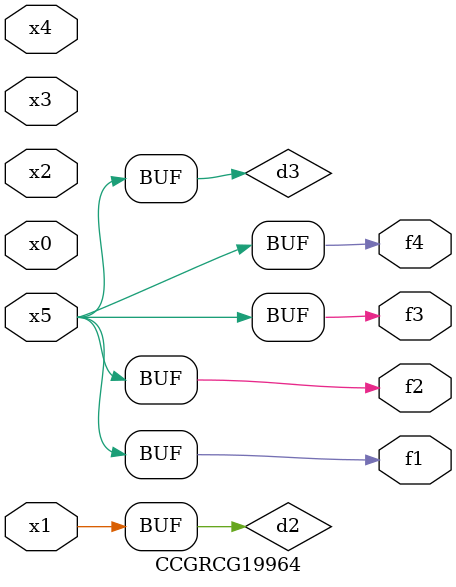
<source format=v>
module CCGRCG19964(
	input x0, x1, x2, x3, x4, x5,
	output f1, f2, f3, f4
);

	wire d1, d2, d3;

	not (d1, x5);
	or (d2, x1);
	xnor (d3, d1);
	assign f1 = d3;
	assign f2 = d3;
	assign f3 = d3;
	assign f4 = d3;
endmodule

</source>
